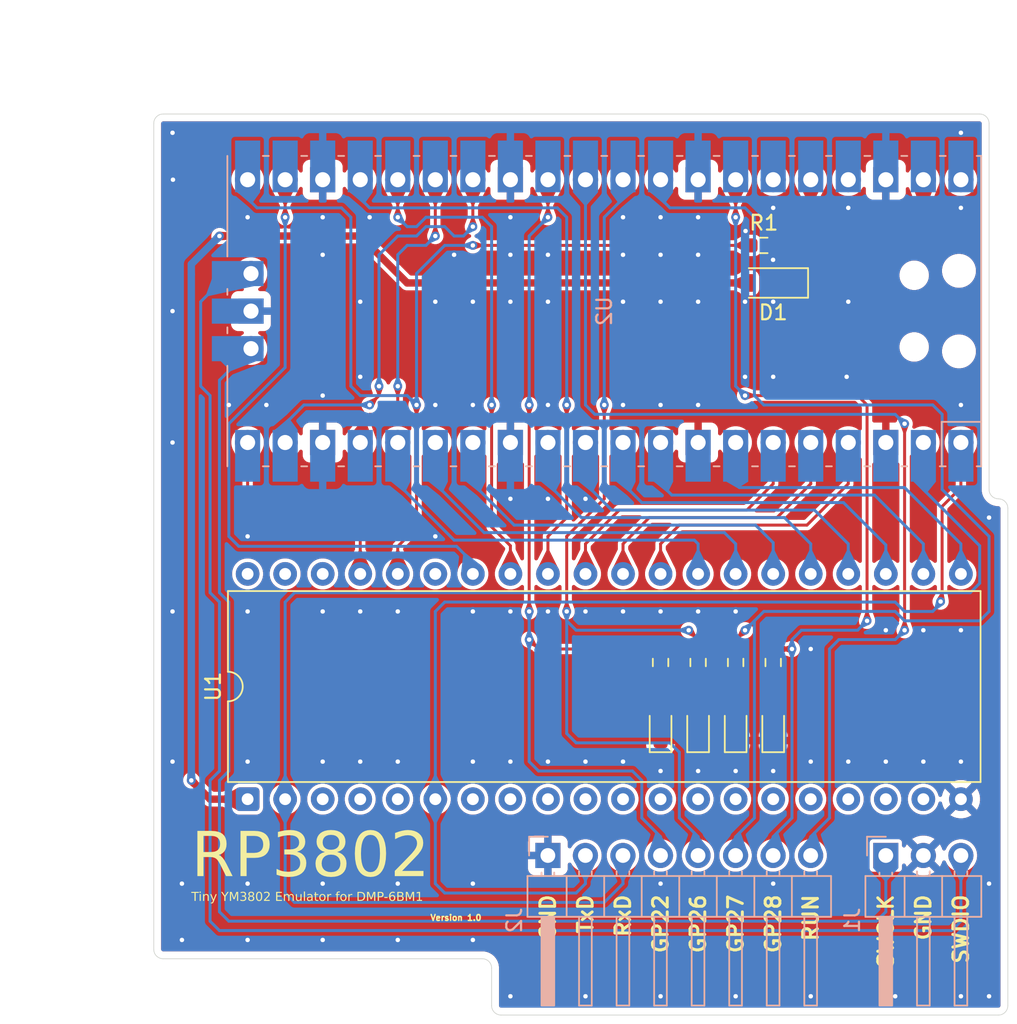
<source format=kicad_pcb>
(kicad_pcb (version 20241229) (generator "pcbnew") (generator_version "9.0")
  (title_block (title "RP3802: Tiny YM3802 Emulator by Raspberry Pi Pico") (date "2025/5/31") (rev "1.0") (comment 1 "for DMP-6BM1") (comment 2 "https://github.com/hyano/rp3802"))
  (layers (0 "F.Cu" signal) (2 "B.Cu" signal) (13 "F.Paste" user) (15 "B.Paste" user) (5 "F.SilkS" user "F.Silkscreen") (7 "B.SilkS" user "B.Silkscreen") (1 "F.Mask" user) (3 "B.Mask" user) (25 "Edge.Cuts" user))
  (net 0 "")
  (net 1 "+5V")
  (net 2 "Net-(D1-K)")
  (net 3 "/SWDIO")
  (net 4 "GND")
  (net 5 "/SWCLK")
  (net 6 "/TxD")
  (net 7 "/RxD")
  (net 8 "/GP27")
  (net 9 "/GP26")
  (net 10 "/GP22")
  (net 11 "/GP28")
  (net 12 "/~{IRQ}")
  (net 13 "/3V3")
  (net 14 "/D1")
  (net 15 "/D3")
  (net 17 "/D4")
  (net 18 "/D5")
  (net 19 "/D0")
  (net 21 "/~{IC}")
  (net 26 "unconnected-(U1-P1-Pad18)")
  (net 27 "/D7")
  (net 28 "/D2")
  (net 31 "/~{WR}")
  (net 36 "/D6")
  (net 39 "/A0")
  (net 43 "/~{RD}")
  (net 44 "/~{CS}")
  (net 45 "/A2")
  (net 46 "/A1")
  (net 50 "/~{CSWR}")
  (net 53 "/~{CSRD}")
  (net 56 "/RUN")
  (net 58 "Net-(D2-A)")
  (net 59 "Net-(D3-A)")
  (net 60 "Net-(D4-A)")
  (net 61 "Net-(D5-A)")
  (footprint "Resistor_SMD:R_0603_1608Metric_Pad0.98x0.95mm_HandSolder" (layer "F.Cu") (at 153.67 102.5125 -90)
    (property "Reference" "R2" (hide yes))
    (property "Value" "1k" (hide yes))
  )
  (footprint "Diode_SMD:D_SOD-123" (layer "F.Cu") (at 161.29 76.835 180)
    (property "Reference" "D1")
    (property "Value" "RB160M-30TR")
  )
  (footprint "Resistor_SMD:R_0603_1608Metric_Pad0.98x0.95mm_HandSolder" (layer "F.Cu") (at 160.655 74.295 180)
    (property "Reference" "R1")
    (property "Value" "1k")
  )
  (footprint "LED_SMD:LED_0603_1608Metric_Pad1.05x0.95mm_HandSolder" (layer "F.Cu") (at 153.67 106.92 90)
    (property "Reference" "D2" (hide yes))
    (property "Value" "GP22")
  )
  (footprint "Resistor_SMD:R_0603_1608Metric_Pad0.98x0.95mm_HandSolder" (layer "F.Cu") (at 158.75 102.5125 -90)
    (property "Reference" "R4" (hide yes))
    (property "Value" "1k" (hide yes))
  )
  (footprint "Resistor_SMD:R_0603_1608Metric_Pad0.98x0.95mm_HandSolder" (layer "F.Cu") (at 156.21 102.5125 -90)
    (property "Reference" "R3" (hide yes))
    (property "Value" "1k" (hide yes))
  )
  (footprint "LED_SMD:LED_0603_1608Metric_Pad1.05x0.95mm_HandSolder" (layer "F.Cu") (at 158.75 106.92 90)
    (property "Reference" "D4" (hide yes))
    (property "Value" "GP27" (hide yes))
  )
  (footprint "Resistor_SMD:R_0603_1608Metric_Pad0.98x0.95mm_HandSolder" (layer "F.Cu") (at 161.29 102.5125 -90)
    (property "Reference" "R5" (hide yes))
    (property "Value" "1k" (hide yes))
  )
  (footprint "LED_SMD:LED_0603_1608Metric_Pad1.05x0.95mm_HandSolder" (layer "F.Cu") (at 156.21 106.92 90)
    (property "Reference" "D3" (hide yes))
    (property "Value" "GP26" (hide yes))
  )
  (footprint "LED_SMD:LED_0603_1608Metric_Pad1.05x0.95mm_HandSolder" (layer "F.Cu") (at 161.29 106.92 90)
    (property "Reference" "D5" (hide yes))
    (property "Value" "GP28" (hide yes))
  )
  (footprint "RPi_Pico:DIP-40_W15.24mm_NO_IC" (layer "F.Cu") (at 125.73 111.76 90)
    (property "Reference" "U1")
    (property "Value" "YM3802")
  )
  (footprint "RPi_Pico:RPi_Pico_SMD_TH" (layer "B.Cu") (at 149.86 78.74 90)
    (property "Reference" "U2")
    (property "Value" "Pico")
  )
  (footprint "Connector_PinHeader_2.54mm:PinHeader_1x08_P2.54mm_Horizontal" (layer "B.Cu") (at 146.045 115.57 -90)
    (property "Reference" "J2")
    (property "Value" "Conn_01x07_Pin")
  )
  (footprint "Connector_PinHeader_2.54mm:PinHeader_1x03_P2.54mm_Horizontal" (layer "B.Cu") (at 168.91 115.57 -90)
    (property "Reference" "J1")
    (property "Value" "Conn_01x03_Pin")
  )
  (gr_arc (start 176.53 91.44) (mid 176.080987 91.254013) (end 175.895 90.805) (stroke (width 0.05)) (layer "Edge.Cuts"))
  (gr_line (start 142.24 123.19) (end 142.24 125.73) (stroke (width 0.05)) (layer "Edge.Cuts"))
  (gr_line (start 119.38 121.92) (end 119.38 66.04) (stroke (width 0.05)) (layer "Edge.Cuts"))
  (gr_line (start 176.53 126.365) (end 142.875 126.365) (stroke (width 0.05)) (layer "Edge.Cuts"))
  (gr_arc (start 177.165 125.73) (mid 176.979013 126.179013) (end 176.53 126.365) (stroke (width 0.05)) (layer "Edge.Cuts"))
  (gr_line (start 175.895 66.04) (end 175.895 90.805) (stroke (width 0.05)) (layer "Edge.Cuts"))
  (gr_arc (start 175.26 65.405) (mid 175.709013 65.590987) (end 175.895 66.04) (stroke (width 0.05)) (layer "Edge.Cuts"))
  (gr_line (start 120.015 122.555) (end 141.605 122.555) (stroke (width 0.05)) (layer "Edge.Cuts"))
  (gr_arc (start 119.38 66.04) (mid 119.565987 65.590987) (end 120.015 65.405) (stroke (width 0.05)) (layer "Edge.Cuts"))
  (gr_line (start 120.015 65.405) (end 175.26 65.405) (stroke (width 0.05)) (layer "Edge.Cuts"))
  (gr_arc (start 120.015 122.555) (mid 119.565987 122.369013) (end 119.38 121.92) (stroke (width 0.05)) (layer "Edge.Cuts"))
  (gr_arc (start 142.875 126.365) (mid 142.425987 126.179013) (end 142.24 125.73) (stroke (width 0.05)) (layer "Edge.Cuts"))
  (gr_arc (start 141.605 122.555) (mid 142.054013 122.740987) (end 142.24 123.19) (stroke (width 0.05)) (layer "Edge.Cuts"))
  (gr_arc (start 176.53 91.44) (mid 176.979013 91.625987) (end 177.165 92.075) (stroke (width 0.05)) (layer "Edge.Cuts"))
  (gr_line (start 177.165 92.075) (end 177.165 125.73) (stroke (width 0.05)) (layer "Edge.Cuts"))
  (gr_text "GP26" (at 156.21 118.11 90) (layer "F.SilkS") (effects (font (size 1 1) (thickness 0.2) (bold yes)) (justify right)))
  (gr_text "SWCLK" (at 168.91 118.11 90) (layer "F.SilkS") (effects (font (size 1 1) (thickness 0.2) (bold yes)) (justify right)))
  (gr_text "Tiny YM3802 Emulator for DMP-6BM1" (at 121.92 118.745 0) (layer "F.SilkS") (effects (font (size 0.6 0.6) (thickness 0.1)) (justify left bottom)))
  (gr_text "RxD" (at 151.13 118.11 90) (layer "F.SilkS") (effects (font (size 1 1) (thickness 0.2) (bold yes)) (justify right)))
  (gr_text "GP22" (at 153.67 118.11 90) (layer "F.SilkS") (effects (font (size 1 1) (thickness 0.2) (bold yes)) (justify right)))
  (gr_text "RP3802" (at 121.92 117.475 0) (layer "F.SilkS") (effects (font (size 3 3) (thickness 0.1)) (justify left bottom)))
  (gr_text "GND" (at 146.05 118.11 90) (layer "F.SilkS") (effects (font (size 1 1) (thickness 0.2) (bold yes)) (justify right)))
  (gr_text "GP27" (at 158.75 118.11 90) (layer "F.SilkS") (effects (font (size 1 1) (thickness 0.2) (bold yes)) (justify right)))
  (gr_text "GND" (at 171.45 118.11 90) (layer "F.SilkS") (effects (font (size 1 1) (thickness 0.2) (bold yes)) (justify right)))
  (gr_text "TxD" (at 148.59 118.11 90) (layer "F.SilkS") (effects (font (size 1 1) (thickness 0.2) (bold yes)) (justify right)))
  (gr_text "RUN" (at 163.83 118.11 90) (layer "F.SilkS") (effects (font (size 1 1) (thickness 0.2) (bold yes)) (justify right)))
  (gr_text "Version 1.0" (at 141.605 120.015 0) (layer "F.SilkS") (effects (font (size 0.4 0.4) (thickness 0.1) (bold yes)) (justify right bottom)))
  (gr_text "SWDIO" (at 173.99 118.11 90) (layer "F.SilkS") (effects (font (size 1 1) (thickness 0.2) (bold yes)) (justify right)))
  (gr_text "GP28" (at 161.29 118.11 90) (layer "F.SilkS") (effects (font (size 1 1) (thickness 0.2) (bold yes)) (justify right)))
  (segment (start 123.19 111.76) (end 121.92 110.49) (width 0.5) (layer "F.Cu") (net 1))
  (segment (start 125.73 111.76) (end 123.19 111.76) (width 0.5) (layer "F.Cu") (net 1))
  (segment (start 123.825 73.66) (end 133.35 73.66) (width 0.5) (layer "F.Cu") (net 1))
  (segment (start 136.525 76.835) (end 159.64 76.835) (width 0.5) (layer "F.Cu") (net 1))
  (segment (start 133.35 73.66) (end 136.525 76.835) (width 0.5) (layer "F.Cu") (net 1))
  (via (at 121.92 110.49) (size 0.6) (drill 0.3) (layers "F.Cu" "B.Cu") (net 1))
  (via (at 123.825 73.66) (size 0.6) (drill 0.3) (layers "F.Cu" "B.Cu") (net 1))
  (segment (start 121.92 75.565) (end 123.825 73.66) (width 0.5) (layer "B.Cu") (net 1))
  (segment (start 121.92 110.49) (end 121.92 107.95) (width 0.5) (layer "B.Cu") (net 1))
  (segment (start 121.92 76.266) (end 121.92 75.565) (width 0.5) (layer "B.Cu") (net 1))
  (segment (start 121.92 107.95) (end 121.92 76.266) (width 0.5) (layer "B.Cu") (net 1))
  (segment (start 167.005 76.835) (end 162.94 76.835) (width 0.5) (layer "F.Cu") (net 2))
  (segment (start 171.45 72.39) (end 171.45 69.85) (width 0.5) (layer "F.Cu") (net 2))
  (segment (start 167.005 76.835) (end 171.45 72.39) (width 0.5) (layer "F.Cu") (net 2))
  (segment (start 123.19 84.455) (end 122.555 83.82) (width 0.2) (layer "B.Cu") (net 3))
  (segment (start 123.19 97.79) (end 123.19 84.455) (width 0.2) (layer "B.Cu") (net 3))
  (segment (start 123.825 109.855) (end 123.825 98.425) (width 0.2) (layer "B.Cu") (net 3))
  (segment (start 124.46 76.2) (end 125.96 76.2) (width 0.2) (layer "B.Cu") (net 3))
  (segment (start 173.99 115.57) (end 173.99 120.015) (width 0.2) (layer "B.Cu") (net 3))
  (segment (start 122.555 78.105) (end 124.46 76.2) (width 0.2) (layer "B.Cu") (net 3))
  (segment (start 173.99 120.015) (end 173.355 120.65) (width 0.2) (layer "B.Cu") (net 3))
  (segment (start 123.19 120.015) (end 123.19 110.49) (width 0.2) (layer "B.Cu") (net 3))
  (segment (start 123.825 120.65) (end 123.19 120.015) (width 0.2) (layer "B.Cu") (net 3))
  (segment (start 123.19 110.49) (end 123.825 109.855) (width 0.2) (layer "B.Cu") (net 3))
  (segment (start 123.825 98.425) (end 123.19 97.79) (width 0.2) (layer "B.Cu") (net 3))
  (segment (start 173.355 120.65) (end 123.825 120.65) (width 0.2) (layer "B.Cu") (net 3))
  (segment (start 122.555 83.82) (end 122.555 78.105) (width 0.2) (layer "B.Cu") (net 3))
  (segment (start 125.96 76.2) (end 124.398 76.2) (width 0.2) (layer "B.Cu") (net 3))
  (segment (start 158.75 109.855) (end 158.75 107.795) (width 0.2) (layer "F.Cu") (net 4))
  (segment (start 153.67 109.855) (end 153.67 107.795) (width 0.2) (layer "F.Cu") (net 4))
  (segment (start 156.21 109.855) (end 156.21 107.795) (width 0.2) (layer "F.Cu") (net 4))
  (segment (start 161.29 109.855) (end 161.29 107.795) (width 0.2) (layer "F.Cu") (net 4))
  (via (at 133.35 109.22) (size 0.6) (drill 0.3) (layers "F.Cu" "B.Cu") (net 4))
  (via (at 153.67 72.39) (size 0.6) (drill 0.3) (layers "F.Cu" "B.Cu") (net 4))
  (via (at 135.89 121.285) (size 0.6) (drill 0.3) (layers "F.Cu" "B.Cu") (net 4))
  (via (at 156.21 78.105) (size 0.6) (drill 0.3) (layers "F.Cu" "B.Cu") (net 4))
  (via (at 135.89 109.22) (size 0.6) (drill 0.3) (layers "F.Cu" "B.Cu") (net 4))
  (via (at 156.21 109.855) (size 0.6) (drill 0.3) (layers "F.Cu" "B.Cu") (net 4))
  (via (at 153.67 117.475) (size 0.6) (drill 0.3) (layers "F.Cu" "B.Cu") (net 4))
  (via (at 143.51 91.44) (size 0.6) (drill 0.3) (layers "F.Cu" "B.Cu") (net 4))
  (via (at 173.99 125.095) (size 0.6) (drill 0.3) (layers "F.Cu" "B.Cu") (net 4))
  (via (at 146.05 78.105) (size 0.6) (drill 0.3) (layers "F.Cu" "B.Cu") (net 4))
  (via (at 148.59 91.44) (size 0.6) (drill 0.3) (layers "F.Cu" "B.Cu") (net 4))
  (via (at 156.21 85.09) (size 0.6) (drill 0.3) (layers "F.Cu" "B.Cu") (net 4))
  (via (at 125.73 99.06) (size 0.6) (drill 0.3) (layers "F.Cu" "B.Cu") (net 4))
  (via (at 140.97 109.22) (size 0.6) (drill 0.3) (layers "F.Cu" "B.Cu") (net 4))
  (via (at 130.81 121.285) (size 0.6) (drill 0.3) (layers "F.Cu" "B.Cu") (net 4))
  (via (at 148.59 125.095) (size 0.6) (drill 0.3) (layers "F.Cu" "B.Cu") (net 4))
  (via (at 133.35 78.105) (size 0.6) (drill 0.3) (layers "F.Cu" "B.Cu") (net 4))
  (via (at 143.51 74.93) (size 0.6) (drill 0.3) (layers "F.Cu" "B.Cu") (net 4))
  (via (at 159.385 78.105) (size 0.6) (drill 0.3) (layers "F.Cu" "B.Cu") (net 4))
  (via (at 124.46 85.09) (size 0.6) (drill 0.3) (layers "F.Cu" "B.Cu") (net 4))
  (via (at 146.05 91.44) (size 0.6) (drill 0.3) (layers "F.Cu" "B.Cu") (net 4))
  (via (at 143.51 125.095) (size 0.6) (drill 0.3) (layers "F.Cu" "B.Cu") (net 4))
  (via (at 138.43 78.105) (size 0.6) (drill 0.3) (layers "F.Cu" "B.Cu") (net 4))
  (via (at 166.260894 83.185) (size 0.6) (drill 0.3) (layers "F.Cu" "B.Cu") (net 4))
  (via (at 163.83 101.6) (size 0.6) (drill 0.3) (layers "F.Cu" "B.Cu") (net 4))
  (via (at 143.51 99.06) (size 0.6) (drill 0.3) (layers "F.Cu" "B.Cu") (net 4))
  (via (at 125.73 121.285) (size 0.6) (drill 0.3) (layers "F.Cu" "B.Cu") (net 4))
  (via (at 146.05 74.93) (size 0.6) (drill 0.3) (layers "F.Cu" "B.Cu") (net 4))
  (via (at 120.65 109.22) (size 0.6) (drill 0.3) (layers "F.Cu" "B.Cu") (net 4))
  (via (at 166.37 109.22) (size 0.6) (drill 0.3) (layers "F.Cu" "B.Cu") (net 4))
  (via (at 146.05 85.09) (size 0.6) (drill 0.3) (layers "F.Cu" "B.Cu") (net 4))
  (via (at 159.42 73.32) (size 0.6) (drill 0.3) (layers "F.Cu" "B.Cu") (net 4))
  (via (at 161.29 83.185) (size 0.6) (drill 0.3) (layers "F.Cu" "B.Cu") (net 4))
  (via (at 171.45 109.22) (size 0.6) (drill 0.3) (layers "F.Cu" "B.Cu") (net 4))
  (via (at 173.99 100.33) (size 0.6) (drill 0.3) (layers "F.Cu" "B.Cu") (net 4))
  (via (at 140.97 99.06) (size 0.6) (drill 0.3) (layers "F.Cu" "B.Cu") (net 4))
  (via (at 153.67 125.095) (size 0.6) (drill 0.3) (layers "F.Cu" "B.Cu") (net 4))
  (via (at 151.13 78.105) (size 0.6) (drill 0.3) (layers "F.Cu" "B.Cu") (net 4))
  (via (at 171.45 100.33) (size 0.6) (drill 0.3) (layers "F.Cu" "B.Cu") (net 4))
  (via (at 138.43 93.98) (size 0.6) (drill 0.3) (layers "F.Cu" "B.Cu") (net 4))
  (via (at 135.89 117.475) (size 0.6) (drill 0.3) (layers "F.Cu" "B.Cu") (net 4))
  (via (at 158.75 125.095) (size 0.6) (drill 0.3) (layers "F.Cu" "B.Cu") (net 4))
  (via (at 168.91 100.33) (size 0.6) (drill 0.3) (layers "F.Cu" "B.Cu") (net 4))
  (via (at 175.895 125.095) (size 0.6) (drill 0.3) (layers "F.Cu" "B.Cu") (net 4))
  (via (at 166.37 71.755) (size 0.6) (drill 0.3) (layers "F.Cu" "B.Cu") (net 4))
  (via (at 173.99 85.09) (size 0.6) (drill 0.3) (layers "F.Cu" "B.Cu") (net 4))
  (via (at 140.97 78.105) (size 0.6) (drill 0.3) (layers "F.Cu" "B.Cu") (net 4))
  (via (at 153.67 78.105) (size 0.6) (drill 0.3) (layers "F.Cu" "B.Cu") (net 4))
  (via (at 156.21 74.93) (size 0.6) (drill 0.3) (layers "F.Cu" "B.Cu") (net 4))
  (via (at 159.385 83.185) (size 0.6) (drill 0.3) (layers "F.Cu" "B.Cu") (net 4))
  (via (at 146.05 99.06) (size 0.6) (drill 0.3) (layers "F.Cu" "B.Cu") (net 4))
  (via (at 138.43 85.09) (size 0.6) (drill 0.3) (layers "F.Cu" "B.Cu") (net 4))
  (via (at 143.51 109.22) (size 0.6) (drill 0.3) (layers "F.Cu" "B.Cu") (net 4))
  (via (at 133.35 99.06) (size 0.6) (drill 0.3) (layers "F.Cu" "B.Cu") (net 4))
  (via (at 140.97 121.285) (size 0.6) (drill 0.3) (layers "F.Cu" "B.Cu") (net 4))
  (via (at 151.13 85.09) (size 0.6) (drill 0.3) (layers "F.Cu" "B.Cu") (net 4))
  (via (at 125.73 109.22) (size 0.6) (drill 0.3) (layers "F.Cu" "B.Cu") (net 4))
  (via (at 135.89 99.06) (size 0.6) (drill 0.3) (layers "F.Cu" "B.Cu") (net 4))
  (via (at 130.81 99.06) (size 0.6) (drill 0.3) (layers "F.Cu" "B.Cu") (net 4))
  (via (at 153.67 74.93) (size 0.6) (drill 0.3) (layers "F.Cu" "B.Cu") (net 4))
  (via (at 125.73 72.39) (size 0.6) (drill 0.3) (layers "F.Cu" "B.Cu") (net 4))
  (via (at 158.75 99.06) (size 0.6) (drill 0.3) (layers "F.Cu" "B.Cu") (net 4))
  (via (at 130.81 72.39) (size 0.6) (drill 0.3) (layers "F.Cu" "B.Cu") (net 4))
  (via (at 130.81 74.93) (size 0.6) (drill 0.3) (layers "F.Cu" "B.Cu") (net 4))
  (via (at 120.678958 69.85) (size 0.6) (drill 0.3) (layers "F.Cu" "B.Cu") (net 4))
  (via (at 125.73 117.475) (size 0.6) (drill 0.3) (layers "F.Cu" "B.Cu") (net 4))
  (via (at 153.67 109.855) (size 0.6) (drill 0.3) (layers "F.Cu" "B.Cu") (net 4))
  (via (at 161.281275 75.269836) (size 0.6) (drill 0.3) (layers "F.Cu" "B.Cu") (net 4))
  (via (at 151.13 109.22) (size 0.6) (drill 0.3) (layers "F.Cu" "B.Cu") (net 4))
  (via (at 161.29 78.105) (size 0.6) (drill 0.3) (layers "F.Cu" "B.Cu") (net 4))
  (via (at 120.65 78.74) (size 0.6) (drill 0.3) (layers "F.Cu" "B.Cu") (net 4))
  (via (at 151.13 99.06) (size 0.6) (drill 0.3) (layers "F.Cu" "B.Cu") (net 4))
  (via (at 120.65 99.06) (size 0.6) (drill 0.3) (layers "F.Cu" "B.Cu") (net 4))
  (via (at 163.83 109.22) (size 0.6) (drill 0.3) (layers "F.Cu" "B.Cu") (net 4))
  (via (at 143.51 72.39) (size 0.6) (drill 0.3) (layers "F.Cu" "B.Cu") (net 4))
  (via (at 140.97 117.475) (size 0.6) (drill 0.3) (layers "F.Cu" "B.Cu") (net 4))
  (via (at 153.67 99.06) (size 0.6) (drill 0.3) (layers "F.Cu" "B.Cu") (net 4))
  (via (at 133.35 83.185) (size 0.6) (drill 0.3) (layers "F.Cu" "B.Cu") (net 4))
  (via (at 125.73 93.98) (size 0.6) (drill 0.3) (layers "F.Cu" "B.Cu") (net 4))
  (via (at 161.29 71.755) (size 0.6) (drill 0.3) (layers "F.Cu" "B.Cu") (net 4))
  (via (at 175.895 92.71) (size 0.6) (drill 0.3) (layers "F.Cu" "B.Cu") (net 4))
  (via (at 143.51 78.105) (size 0.6) (drill 0.3) (layers "F.Cu" "B.Cu") (net 4))
  (via (at 173.99 109.22) (size 0.6) (drill 0.3) (layers "F.Cu" "B.Cu") (net 4))
  (via (at 173.99 71.755) (size 0.6) (drill 0.3) (layers "F.Cu" "B.Cu") (net 4))
  (via (at 158.75 109.855) (size 0.6) (drill 0.3) (layers "F.Cu" "B.Cu") (net 4))
  (via (at 130.81 84.455) (size 0.6) (drill 0.3) (layers "F.Cu" "B.Cu") (net 4))
  (via (at 161.29 117.475) (size 0.6) (drill 0.3) (layers "F.Cu" "B.Cu") (net 4))
  (via (at 175.895 117.475) (size 0.6) (drill 0.3) (layers "F.Cu" "B.Cu") (net 4))
  (via (at 173.99 66.675) (size 0.6) (drill 0.3) (layers "F.Cu" "B.Cu") (net 4))
  (via (at 146.05 109.22) (size 0.6) (drill 0.3) (layers "F.Cu" "B.Cu") (net 4))
  (via (at 121.285 117.475) (size 0.6) (drill 0.3) (layers "F.Cu" "B.Cu") (net 4))
  (via (at 140.97 85.09) (size 0.6) (drill 0.3) (layers "F.Cu" "B.Cu") (net 4))
  (via (at 166.37 78.105) (size 0.6) (drill 0.3) (layers "F.Cu" "B.Cu") (net 4))
  (via (at 151.13 74.93) (size 0.6) (drill 0.3) (layers "F.Cu" "B.Cu") (net 4))
  (via (at 161.29 109.855) (size 0.6) (drill 0.3) (layers "F.Cu" "B.Cu") (net 4))
  (via (at 139.7 74.93) (size 0.6) (drill 0.3) (layers "F.Cu" "B.Cu") (net 4))
  (via (at 130.81 109.22) (size 0.6) (drill 0.3) (layers "F.Cu" "B.Cu") (net 4))
  (via (at 168.91 109.22) (size 0.6) (drill 0.3) (layers "F.Cu" "B.Cu") (net 4))
  (via (at 148.59 99.06) (size 0.6) (drill 0.3) (layers "F.Cu" "B.Cu") (net 4))
  (via (at 127 85.09) (size 0.6) (drill 0.3) (layers "F.Cu" "B.Cu") (net 4))
  (via (at 120.65 66.675) (size 0.6) (drill 0.3) (layers "F.Cu" "B.Cu") (net 4))
  (via (at 130.81 117.475) (size 0.6) (drill 0.3) (layers "F.Cu" "B.Cu") (net 4))
  (via (at 156.21 72.39) (size 0.6) (drill 0.3) (layers "F.Cu" "B.Cu") (net 4))
  (via (at 148.59 109.22) (size 0.6) (drill 0.3) (layers "F.Cu" "B.Cu") (net 4))
  (via (at 133.985 72.39) (size 0.6) (drill 0.3) (layers "F.Cu" "B.Cu") (net 4))
  (via (at 163.83 125.095) (size 0.6) (drill 0.3) (layers "F.Cu" "B.Cu") (net 4))
  (via (at 169.545 125.095) (size 0.6) (drill 0.3) (layers "F.Cu" "B.Cu") (net 4))
  (via (at 151.13 72.39) (size 0.6) (drill 0.3) (layers "F.Cu" "B.Cu") (net 4))
  (via (at 121.285 121.285) (size 0.6) (drill 0.3) (layers "F.Cu" "B.Cu") (net 4))
  (via (at 120.65 87.63) (size 0.6) (drill 0.3) (layers "F.Cu" "B.Cu") (net 4))
  (via (at 156.21 99.06) (size 0.6) (drill 0.3) (layers "F.Cu" "B.Cu") (net 4))
  (via (at 153.67 85.09) (size 0.6) (drill 0.3) (layers "F.Cu" "B.Cu") (net 4))
  (segment (start 124.46 109.855) (end 124.46 98.425) (width 0.2) (layer "B.Cu") (net 5))
  (segment (start 123.825 119.38) (end 123.825 110.49) (width 0.2) (layer "B.Cu") (net 5))
  (segment (start 124.46 98.425) (end 123.825 97.79) (width 0.2) (layer "B.Cu") (net 5))
  (segment (start 124.46 120.015) (end 123.825 119.38) (width 0.2) (layer "B.Cu") (net 5))
  (segment (start 123.825 97.79) (end 123.825 83.415) (width 0.2) (layer "B.Cu") (net 5))
  (segment (start 168.275 120.015) (end 124.46 120.015) (width 0.2) (layer "B.Cu") (net 5))
  (segment (start 123.825 110.49) (end 124.46 109.855) (width 0.2) (layer "B.Cu") (net 5))
  (segment (start 168.91 119.38) (end 168.275 120.015) (width 0.2) (layer "B.Cu") (net 5))
  (segment (start 168.91 115.57) (end 168.91 119.38) (width 0.2) (layer "B.Cu") (net 5))
  (segment (start 123.825 83.415) (end 125.96 81.28) (width 0.2) (layer "B.Cu") (net 5))
  (segment (start 173.99 90.68235) (end 173.99 87.63) (width 0.2) (layer "F.Cu") (net 6))
  (segment (start 172.616622 98.39) (end 172.71835 98.288272) (width 0.2) (layer "F.Cu") (net 6))
  (segment (start 172.71835 98.288272) (end 172.71835 91.954) (width 0.2) (layer "F.Cu") (net 6))
  (segment (start 172.71835 91.954) (end 173.99 90.68235) (width 0.2) (layer "F.Cu") (net 6))
  (via (at 172.616622 98.39) (size 0.6) (drill 0.3) (layers "F.Cu" "B.Cu") (net 6))
  (segment (start 148.59 117.475) (end 147.955 118.11) (width 0.2) (layer "B.Cu") (net 6))
  (segment (start 170.18 99.06) (end 169.545 98.425) (width 0.2) (layer "B.Cu") (net 6))
  (segment (start 169.545 98.425) (end 139.065 98.425) (width 0.2) (layer "B.Cu") (net 6))
  (segment (start 172.616622 98.525946) (end 172.082568 99.06) (width 0.2) (layer "B.Cu") (net 6))
  (segment (start 172.616622 98.39) (end 172.616622 98.525946) (width 0.2) (layer "B.Cu") (net 6))
  (segment (start 139.065 118.11) (end 147.955 118.11) (width 0.2) (layer "B.Cu") (net 6))
  (segment (start 138.43 111.76) (end 138.43 117.475) (width 0.2) (layer "B.Cu") (net 6))
  (segment (start 139.065 98.425) (end 138.43 99.06) (width 0.2) (layer "B.Cu") (net 6))
  (segment (start 138.43 117.475) (end 139.065 118.11) (width 0.2) (layer "B.Cu") (net 6))
  (segment (start 148.585 117.47) (end 148.59 117.475) (width 0.2) (layer "B.Cu") (net 6))
  (segment (start 138.43 99.06) (end 138.43 111.76) (width 0.2) (layer "B.Cu") (net 6))
  (segment (start 172.082568 99.06) (end 170.18 99.06) (width 0.2) (layer "B.Cu") (net 6))
  (segment (start 148.585 115.57) (end 148.585 117.47) (width 0.2) (layer "B.Cu") (net 6))
  (segment (start 171.45 87.63) (end 171.45 90.805) (width 0.2) (layer "B.Cu") (net 7))
  (segment (start 175.26 97.155) (end 174.625 97.79) (width 0.2) (layer "B.Cu") (net 7))
  (segment (start 174.625 97.79) (end 128.905 97.79) (width 0.2) (layer "B.Cu") (net 7))
  (segment (start 128.27 111.76) (end 128.27 118.11) (width 0.2) (layer "B.Cu") (net 7))
  (segment (start 128.905 97.79) (end 128.27 98.425) (width 0.2) (layer "B.Cu") (net 7))
  (segment (start 175.26 94.615) (end 175.26 97.155) (width 0.2) (layer "B.Cu") (net 7))
  (segment (start 128.905 118.745) (end 149.86 118.745) (width 0.2) (layer "B.Cu") (net 7))
  (segment (start 128.27 98.425) (end 128.27 111.76) (width 0.2) (layer "B.Cu") (net 7))
  (segment (start 151.13 117.475) (end 149.86 118.745) (width 0.2) (layer "B.Cu") (net 7))
  (segment (start 151.125 115.57) (end 151.125 117.47) (width 0.2) (layer "B.Cu") (net 7))
  (segment (start 151.125 117.47) (end 151.13 117.475) (width 0.2) (layer "B.Cu") (net 7))
  (segment (start 128.27 118.11) (end 128.905 118.745) (width 0.2) (layer "B.Cu") (net 7))
  (segment (start 171.45 90.805) (end 175.26 94.615) (width 0.2) (layer "B.Cu") (net 7))
  (segment (start 158.75 101.6) (end 158.75 100.965) (width 0.2) (layer "F.Cu") (net 8))
  (segment (start 158.75 100.965) (end 159.385 100.33) (width 0.2) (layer "F.Cu") (net 8))
  (via (at 159.385 100.33) (size 0.6) (drill 0.3) (layers "F.Cu" "B.Cu") (net 8))
  (segment (start 172.085 85.09) (end 160.655 85.09) (width 0.2) (layer "B.Cu") (net 8))
  (segment (start 175.895 99.06) (end 175.895 93.98) (width 0.2) (layer "B.Cu") (net 8))
  (segment (start 158.745 114.305) (end 160.02 113.03) (width 0.2) (layer "B.Cu") (net 8))
  (segment (start 175.895 93.98) (end 172.72 90.805) (width 0.2) (layer "B.Cu") (net 8))
  (segment (start 159.385 100.33) (end 160.02 99.695) (width 0.2) (layer "B.Cu") (net 8))
  (segment (start 160.655 99.06) (end 169.545 99.06) (width 0.2) (layer "B.Cu") (net 8))
  (segment (start 172.72 90.805) (end 172.72 85.725) (width 0.2) (layer "B.Cu") (net 8))
  (segment (start 175.26 99.695) (end 175.895 99.06) (width 0.2) (layer "B.Cu") (net 8))
  (segment (start 160.02 101.6) (end 160.02 99.695) (width 0.2) (layer "B.Cu") (net 8))
  (segment (start 160.655 85.09) (end 160.02 84.455) (width 0.2) (layer "B.Cu") (net 8))
  (segment (start 158.745 115.57) (end 158.745 114.305) (width 0.2) (layer "B.Cu") (net 8))
  (segment (start 169.545 99.06) (end 170.18 99.695) (width 0.2) (layer "B.Cu") (net 8))
  (segment (start 153.67 71.12) (end 153.67 69.85) (width 0.2) (layer "B.Cu") (net 8))
  (segment (start 160.02 84.455) (end 160.02 72.39) (width 0.2) (layer "B.Cu") (net 8))
  (segment (start 160.02 113.03) (end 160.02 101.6) (width 0.2) (layer "B.Cu") (net 8))
  (segment (start 160.02 99.695) (end 160.655 99.06) (width 0.2) (layer "B.Cu") (net 8))
  (segment (start 159.385 71.755) (end 154.305 71.755) (width 0.2) (layer "B.Cu") (net 8))
  (segment (start 160.02 72.39) (end 159.385 71.755) (width 0.2) (layer "B.Cu") (net 8))
  (segment (start 170.18 99.695) (end 175.26 99.695) (width 0.2) (layer "B.Cu") (net 8))
  (segment (start 154.305 71.755) (end 153.67 71.12) (width 0.2) (layer "B.Cu") (net 8))
  (segment (start 172.72 85.725) (end 172.085 85.09) (width 0.2) (layer "B.Cu") (net 8))
  (segment (start 156.21 100.965) (end 155.575 100.33) (width 0.2) (layer "F.Cu") (net 9))
  (segment (start 156.21 101.6) (end 156.21 100.965) (width 0.2) (layer "F.Cu") (net 9))
  (segment (start 149.86 91.44) (end 149.86 85.09) (width 0.2) (layer "F.Cu") (net 9))
  (segment (start 147.32 99.06) (end 147.32 93.98) (width 0.2) (layer "F.Cu") (net 9))
  (segment (start 147.32 93.98) (end 149.86 91.44) (width 0.2) (layer "F.Cu") (net 9))
  (via (at 155.575 100.33) (size 0.6) (drill 0.3) (layers "F.Cu" "B.Cu") (net 9))
  (via (at 147.32 99.06) (size 0.6) (drill 0.3) (layers "F.Cu" "B.Cu") (net 9))
  (via (at 149.86 85.09) (size 0.6) (drill 0.3) (layers "F.Cu" "B.Cu") (net 9))
  (segment (start 154.305 107.95) (end 154.94 108.585) (width 0.2) (layer "B.Cu") (net 9))
  (segment (start 156.21 114.3) (end 156.205 114.305) (width 0.2) (layer "B.Cu") (net 9))
  (segment (start 147.955 107.95) (end 147.32 107.315) (width 0.2) (layer "B.Cu") (net 9))
  (segment (start 147.32 99.06) (end 147.32 99.695) (width 0.2) (layer "B.Cu") (net 9))
  (segment (start 149.86 72.39) (end 151.13 71.12) (width 0.2) (layer "B.Cu") (net 9))
  (segment (start 147.955 100.33) (end 147.32 99.695) (width 0.2) (layer "B.Cu") (net 9))
  (segment (start 155.575 100.33) (end 147.955 100.33) (width 0.2) (layer "B.Cu") (net 9))
  (segment (start 156.205 114.305) (end 156.205 115.57) (width 0.2) (layer "B.Cu") (net 9))
  (segment (start 149.86 85.09) (end 149.86 72.39) (width 0.2) (layer "B.Cu") (net 9))
  (segment (start 154.94 108.585) (end 154.94 113.03) (width 0.2) (layer "B.Cu") (net 9))
  (segment (start 147.32 99.695) (end 147.32 107.315) (width 0.2) (layer "B.Cu") (net 9))
  (segment (start 154.94 113.03) (end 156.21 114.3) (width 0.2) (layer "B.Cu") (net 9))
  (segment (start 154.305 107.95) (end 147.955 107.95) (width 0.2) (layer "B.Cu") (net 9))
  (segment (start 151.13 71.12) (end 151.13 69.85) (width 0.2) (layer "B.Cu") (net 9))
  (segment (start 145.415 101.6) (end 144.78 100.965) (width 0.2) (layer "F.Cu") (net 10))
  (segment (start 144.78 99.06) (end 144.78 85.09) (width 0.2) (layer "F.Cu") (net 10))
  (segment (start 153.67 101.6) (end 145.415 101.6) (width 0.2) (layer "F.Cu") (net 10))
  (segment (start 146.05 72.39) (end 146.05 69.85) (width 0.2) (layer "F.Cu") (net 10))
  (via (at 144.78 99.06) (size 0.6) (drill 0.3) (layers "F.Cu" "B.Cu") (net 10))
  (via (at 144.78 85.09) (size 0.6) (drill 0.3) (layers "F.Cu" "B.Cu") (net 10))
  (via (at 144.78 100.965) (size 0.6) (drill 0.3) (layers "F.Cu" "B.Cu") (net 10))
  (via (at 146.05 72.39) (size 0.6) (drill 0.3) (layers "F.Cu" "B.Cu") (net 10))
  (segment (start 144.78 101.6) (end 144.78 109.22) (width 0.2) (layer "B.Cu") (net 10))
  (segment (start 153.67 114.3) (end 152.4 113.03) (width 0.2) (layer "B.Cu") (net 10))
  (segment (start 146.05 72.39) (end 144.78 73.66) (width 0.2) (layer "B.Cu") (net 10))
  (segment (start 144.78 109.22) (end 145.415 109.855) (width 0.2) (layer "B.Cu") (net 10))
  (segment (start 145.415 109.855) (end 151.765 109.855) (width 0.2) (layer "B.Cu") (net 10))
  (segment (start 153.665 115.57) (end 153.665 114.305) (width 0.2) (layer "B.Cu") (net 10))
  (segment (start 153.665 114.305) (end 153.67 114.3) (width 0.2) (layer "B.Cu") (net 10))
  (segment (start 144.78 100.965) (end 144.78 101.6) (width 0.2) (layer "B.Cu") (net 10))
  (segment (start 144.78 99.06) (end 144.78 100.965) (width 0.2) (layer "B.Cu") (net 10))
  (segment (start 152.4 113.03) (end 152.4 110.49) (width 0.2) (layer "B.Cu") (net 10))
  (segment (start 144.78 73.66) (end 144.78 85.09) (width 0.2) (layer "B.Cu") (net 10))
  (segment (start 152.4 110.49) (end 151.765 109.855) (width 0.2) (layer "B.Cu") (net 10))
  (segment (start 167.005 84.455) (end 167.64 85.09) (width 0.2) (layer "F.Cu") (net 11))
  (segment (start 158.75 72.39) (end 158.75 69.85) (width 0.2) (layer "F.Cu") (net 11))
  (segment (start 167.64 85.09) (end 167.64 99.695) (width 0.2) (layer "F.Cu") (net 11))
  (segment (start 161.29 101.6) (end 162.56 101.6) (width 0.2) (layer "F.Cu") (net 11))
  (segment (start 159.385 84.455) (end 167.005 84.455) (width 0.2) (layer "F.Cu") (net 11))
  (via (at 158.75 72.39) (size 0.6) (drill 0.3) (layers "F.Cu" "B.Cu") (net 11))
  (via (at 162.56 101.6) (size 0.6) (drill 0.3) (layers "F.Cu" "B.Cu") (net 11))
  (via (at 159.385 84.455) (size 0.6) (drill 0.3) (layers "F.Cu" "B.Cu") (net 11))
  (via (at 167.64 99.695) (size 0.6) (drill 0.3) (layers "F.Cu" "B.Cu") (net 11))
  (segment (start 162.56 113.03) (end 162.56 101.6) (width 0.2) (layer "B.Cu") (net 11))
  (segment (start 163.195 100.33) (end 167.005 100.33) (width 0.2) (layer "B.Cu") (net 11))
  (segment (start 162.56 101.6) (end 162.56 100.965) (width 0.2) (layer "B.Cu") (net 11))
  (segment (start 158.75 72.39) (end 158.75 83.82) (width 0.2) (layer "B.Cu") (net 11))
  (segment (start 162.56 100.965) (end 163.195 100.33) (width 0.2) (layer "B.Cu") (net 11))
  (segment (start 167.005 100.33) (end 167.64 99.695) (width 0.2) (layer "B.Cu") (net 11))
  (segment (start 159.385 84.455) (end 158.75 83.82) (width 0.2) (layer "B.Cu") (net 11))
  (segment (start 161.285 114.305) (end 162.56 113.03) (width 0.2) (layer "B.Cu") (net 11))
  (segment (start 161.285 115.57) (end 161.285 114.305) (width 0.2) (layer "B.Cu") (net 11))
  (segment (start 140.97 74.295) (end 159.7425 74.295) (width 0.2) (layer "F.Cu") (net 12))
  (segment (start 135.89 94.656953) (end 135.89 96.52) (width 0.2) (layer "F.Cu") (net 12))
  (segment (start 137.16 85.09) (end 137.16 93.386953) (width 0.2) (layer "F.Cu") (net 12))
  (segment (start 137.16 93.386953) (end 135.89 94.656953) (width 0.2) (layer "F.Cu") (net 12))
  (via (at 137.16 85.09) (size 0.6) (drill 0.3) (layers "F.Cu" "B.Cu") (net 12))
  (via (at 140.97 74.295) (size 0.6) (drill 0.3) (layers "F.Cu" "B.Cu") (net 12))
  (segment (start 125.73 69.85) (end 125.73 71.12) (width 0.2) (layer "B.Cu") (net 12))
  (segment (start 136.525 84.455) (end 137.16 85.09) (width 0.2) (layer "B.Cu") (net 12))
  (segment (start 125.73 71.12) (end 126.365 71.755) (width 0.2) (layer "B.Cu") (net 12))
  (segment (start 137.16 76.2) (end 137.16 85.09) (width 0.2) (layer "B.Cu") (net 12))
  (segment (start 140.97 74.295) (end 139.065 74.295) (width 0.2) (layer "B.Cu") (net 12))
  (segment (start 139.065 74.295) (end 137.16 76.2) (width 0.2) (layer "B.Cu") (net 12))
  (segment (start 132.08 71.755) (end 132.715 72.39) (width 0.2) (layer "B.Cu") (net 12))
  (segment (start 132.715 72.39) (end 132.715 83.82) (width 0.2) (layer "B.Cu") (net 12))
  (segment (start 132.715 83.82) (end 133.35 84.455) (width 0.2) (layer "B.Cu") (net 12))
  (segment (start 133.35 84.455) (end 136.525 84.455) (width 0.2) (layer "B.Cu") (net 12))
  (segment (start 126.365 71.755) (end 132.08 71.755) (width 0.2) (layer "B.Cu") (net 12))
  (segment (start 163.83 73.66) (end 163.83 69.85) (width 0.2) (layer "F.Cu") (net 13))
  (segment (start 163.195 74.295) (end 163.83 73.66) (width 0.2) (layer "F.Cu") (net 13))
  (segment (start 161.5675 74.295) (end 163.195 74.295) (width 0.2) (layer "F.Cu") (net 13))
  (segment (start 171.45 94.488) (end 168.148 91.186) (width 0.2) (layer "B.Cu") (net 14))
  (segment (start 171.45 96.52) (end 171.45 94.488) (width 0.2) (layer "B.Cu") (net 14))
  (segment (start 153.67 90.424) (end 153.67 87.63) (width 0.2) (layer "B.Cu") (net 14))
  (segment (start 154.432 91.186) (end 153.67 90.424) (width 0.2) (layer "B.Cu") (net 14))
  (segment (start 168.148 91.186) (end 154.432 91.186) (width 0.2) (layer "B.Cu") (net 14))
  (segment (start 166.37 94.488) (end 164.084 92.202) (width 0.2) (layer "B.Cu") (net 15))
  (segment (start 148.59 90.424) (end 148.59 87.63) (width 0.2) (layer "B.Cu") (net 15))
  (segment (start 166.37 96.52) (end 166.37 94.488) (width 0.2) (layer "B.Cu") (net 15))
  (segment (start 150.368 92.202) (end 148.59 90.424) (width 0.2) (layer "B.Cu") (net 15))
  (segment (start 164.084 92.202) (end 150.368 92.202) (width 0.2) (layer "B.Cu") (net 15))
  (segment (start 162.053 92.71) (end 148.317 92.71) (width 0.2) (layer "B.Cu") (net 17))
  (segment (start 163.83 94.4871) (end 162.053 92.71) (width 0.2) (layer "B.Cu") (net 17))
  (segment (start 148.317 92.71) (end 146.05 90.443) (width 0.2) (layer "B.Cu") (net 17))
  (segment (start 146.05 90.443) (end 146.05 87.63) (width 0.2) (layer "B.Cu") (net 17))
  (segment (start 163.83 96.52) (end 163.83 94.4871) (width 0.2) (layer "B.Cu") (net 17))
  (segment (start 160.097 93.218) (end 143.764 93.218) (width 0.2) (layer "B.Cu") (net 18))
  (segment (start 143.764 93.218) (end 140.97 90.424) (width 0.2) (layer "B.Cu") (net 18))
  (segment (start 161.29 96.52) (end 161.29 94.4108) (width 0.2) (layer "B.Cu") (net 18))
  (segment (start 161.29 94.4108) (end 160.097 93.218) (width 0.2) (layer "B.Cu") (net 18))
  (segment (start 140.97 90.424) (end 140.97 87.63) (width 0.2) (layer "B.Cu") (net 18))
  (segment (start 170.18 90.678) (end 159.004 90.678) (width 0.2) (layer "B.Cu") (net 19))
  (segment (start 159.004 90.678) (end 158.75 90.424) (width 0.2) (layer "B.Cu") (net 19))
  (segment (start 173.99 96.52) (end 173.99 94.488) (width 0.2) (layer "B.Cu") (net 19))
  (segment (start 158.75 90.424) (end 158.75 87.63) (width 0.2) (layer "B.Cu") (net 19))
  (segment (start 173.99 94.488) (end 170.18 90.678) (width 0.2) (layer "B.Cu") (net 19))
  (segment (start 125.73 92.075) (end 126.365 92.71) (width 0.2) (layer "F.Cu") (net 21))
  (segment (start 133.35 93.345) (end 133.35 96.52) (width 0.2) (layer "F.Cu") (net 21))
  (segment (start 132.715 92.71) (end 133.35 93.345) (width 0.2) (layer "F.Cu") (net 21))
  (segment (start 126.365 92.71) (end 132.715 92.71) (width 0.2) (layer "F.Cu") (net 21))
  (segment (start 125.73 87.63) (end 125.73 92.075) (width 0.2) (layer "F.Cu") (net 21))
  (segment (start 168.5022 112.2913) (end 169.1967 112.2913) (width 0.2) (layer "B.Cu") (net 26))
  (segment (start 156.21 96.52) (end 156.21 94.488) (width 0.2) (layer "B.Cu") (net 27))
  (segment (start 155.956 94.234) (end 139.7 94.234) (width 0.2) (layer "B.Cu") (net 27))
  (segment (start 135.89 90.424) (end 135.89 87.63) (width 0.2) (layer "B.Cu") (net 27))
  (segment (start 139.7 94.234) (end 135.89 90.424) (width 0.2) (layer "B.Cu") (net 27))
  (segment (start 156.21 94.488) (end 155.956 94.234) (width 0.2) (layer "B.Cu") (net 27))
  (segment (start 168.91 96.52) (end 168.91 94.558) (width 0.2) (layer "B.Cu") (net 28))
  (segment (start 166.046 91.694) (end 152.4 91.694) (width 0.2) (layer "B.Cu") (net 28))
  (segment (start 168.91 94.558) (end 166.046 91.694) (width 0.2) (layer "B.Cu") (net 28))
  (segment (start 152.4 91.694) (end 151.13 90.424) (width 0.2) (layer "B.Cu") (net 28))
  (segment (start 151.13 90.424) (end 151.13 87.63) (width 0.2) (layer "B.Cu") (net 28))
  (segment (start 142.24 93.345) (end 143.51 94.615) (width 0.2) (layer "F.Cu") (net 31))
  (segment (start 135.89 69.85) (end 135.89 72.39) (width 0.2) (layer "F.Cu") (net 31))
  (segment (start 142.24 85.09) (end 142.24 93.345) (width 0.2) (layer "F.Cu") (net 31))
  (segment (start 143.51 94.615) (end 143.51 96.52) (width 0.2) (layer "F.Cu") (net 31))
  (via (at 142.24 85.09) (size 0.6) (drill 0.3) (layers "F.Cu" "B.Cu") (net 31))
  (via (at 135.89 72.39) (size 0.6) (drill 0.3) (layers "F.Cu" "B.Cu") (net 31))
  (segment (start 142.24 73.025) (end 141.605 72.39) (width 0.2) (layer "B.Cu") (net 31))
  (segment (start 136.525 73.025) (end 135.89 72.39) (width 0.2) (layer "B.Cu") (net 31))
  (segment (start 141.605 72.39) (end 137.795 72.39) (width 0.2) (layer "B.Cu") (net 31))
  (segment (start 137.16 73.025) (end 136.525 73.025) (width 0.2) (layer "B.Cu") (net 31))
  (segment (start 142.24 85.09) (end 142.24 73.025) (width 0.2) (layer "B.Cu") (net 31))
  (segment (start 137.795 72.39) (end 137.16 73.025) (width 0.2) (layer "B.Cu") (net 31))
  (segment (start 141.732 93.726) (end 138.43 90.424) (width 0.2) (layer "B.Cu") (net 36))
  (segment (start 158.75 96.52) (end 158.75 94.488) (width 0.2) (layer "B.Cu") (net 36))
  (segment (start 158.75 94.488) (end 157.988 93.726) (width 0.2) (layer "B.Cu") (net 36))
  (segment (start 138.43 90.424) (end 138.43 87.63) (width 0.2) (layer "B.Cu") (net 36))
  (segment (start 157.988 93.726) (end 141.732 93.726) (width 0.2) (layer "B.Cu") (net 36))
  (segment (start 154.94 93.218) (end 163.576 93.218) (width 0.2) (layer "F.Cu") (net 39))
  (segment (start 153.67 96.52) (end 153.67 94.488) (width 0.2) (layer "F.Cu") (net 39))
  (segment (start 163.576 93.218) (end 166.37 90.424) (width 0.2) (layer "F.Cu") (net 39))
  (segment (start 166.37 90.424) (end 166.37 87.63) (width 0.2) (layer "F.Cu") (net 39))
  (segment (start 153.67 94.488) (end 154.94 93.218) (width 0.2) (layer "F.Cu") (net 39))
  (segment (start 128.27 72.39) (end 128.27 69.85) (width 0.2) (layer "F.Cu") (net 43))
  (via (at 128.27 72.39) (size 0.6) (drill 0.3) (layers "F.Cu" "B.Cu") (net 43))
  (segment (start 140.97 96.52) (end 140.97 95.758) (width 0.2) (layer "B.Cu") (net 43))
  (segment (start 124.46 93.98) (end 124.46 86.36) (width 0.2) (layer "B.Cu") (net 43))
  (segment (start 139.8671 94.6551) (end 125.1351 94.6551) (width 0.2) (layer "B.Cu") (net 43))
  (segment (start 128.27 72.39) (end 128.27 82.55) (width 0.2) (layer "B.Cu") (net 43))
  (segment (start 124.46 86.36) (end 128.27 82.55) (width 0.2) (layer "B.Cu") (net 43))
  (segment (start 140.97 95.758) (end 139.8671 94.6551) (width 0.2) (layer "B.Cu") (net 43))
  (segment (start 125.1351 94.6551) (end 124.46 93.98) (width 0.2) (layer "B.Cu") (net 43))
  (segment (start 146.05 93.98) (end 146.05 96.52) (width 0.2) (layer "F.Cu") (net 44))
  (segment (start 147.32 92.71) (end 146.05 93.98) (width 0.2) (layer "F.Cu") (net 44))
  (segment (start 147.32 85.09) (end 147.32 92.71) (width 0.2) (layer "F.Cu") (net 44))
  (via (at 147.32 85.09) (size 0.6) (drill 0.3) (layers "F.Cu" "B.Cu") (net 44))
  (segment (start 133.985 71.755) (end 133.35 71.12) (width 0.2) (layer "B.Cu") (net 44))
  (segment (start 146.685 71.755) (end 133.985 71.755) (width 0.2) (layer "B.Cu") (net 44))
  (segment (start 147.32 85.09) (end 147.32 72.39) (width 0.2) (layer "B.Cu") (net 44))
  (segment (start 147.32 72.39) (end 146.685 71.755) (width 0.2) (layer "B.Cu") (net 44))
  (segment (start 133.35 71.12) (end 133.35 69.85) (width 0.2) (layer "B.Cu") (net 44))
  (segment (start 150.876 92.202) (end 159.512 92.202) (width 0.2) (layer "F.Cu") (net 45))
  (segment (start 159.512 92.202) (end 161.29 90.424) (width 0.2) (layer "F.Cu") (net 45))
  (segment (start 161.29 90.424) (end 161.29 87.63) (width 0.2) (layer "F.Cu") (net 45))
  (segment (start 148.59 94.488) (end 150.876 92.202) (width 0.2) (layer "F.Cu") (net 45))
  (segment (start 148.59 96.52) (end 148.59 94.488) (width 0.2) (layer "F.Cu") (net 45))
  (segment (start 151.13 96.52) (end 151.13 94.488) (width 0.2) (layer "F.Cu") (net 46))
  (segment (start 152.908 92.71) (end 161.544 92.71) (width 0.2) (layer "F.Cu") (net 46))
  (segment (start 151.13 94.488) (end 152.908 92.71) (width 0.2) (layer "F.Cu") (net 46))
  (segment (start 163.83 90.424) (end 163.83 87.63) (width 0.2) (layer "F.Cu") (net 46))
  (segment (start 161.544 92.71) (end 163.83 90.424) (width 0.2) (layer "F.Cu") (net 46))
  (segment (start 134.62 84.455) (end 133.985 85.09) (width 0.2) (layer "F.Cu") (net 50))
  (segment (start 140.97 69.85) (end 140.97 73.025) (width 0.2) (layer "F.Cu") (net 50))
  (segment (start 134.62 83.82) (end 134.62 84.455) (width 0.2) (layer "F.Cu") (net 50))
  (via (at 134.62 83.82) (size 0.6) (drill 0.3) (layers "F.Cu" "B.Cu") (net 50))
  (via (at 140.97 73.025) (size 0.6) (drill 0.3) (layers "F.Cu" "B.Cu") (net 50))
  (via (at 133.985 85.09) (size 0.6) (drill 0.3) (layers "F.Cu" "B.Cu") (net 50))
  (segment (start 137.16 73.66) (end 137.795 73.025) (width 0.2) (layer "B.Cu") (net 50))
  (segment (start 140.97 73.025) (end 140.335 73.66) (width 0.2) (layer "B.Cu") (net 50))
  (segment (start 135.89 73.66) (end 137.16 73.66) (width 0.2) (layer "B.Cu") (net 50))
  (segment (start 137.795 73.025) (end 139.065 73.025) (width 0.2) (layer "B.Cu") (net 50))
  (segment (start 128.27 86.36) (end 128.27 87.63) (width 0.2) (layer "B.Cu") (net 50))
  (segment (start 134.62 74.93) (end 134.62 83.82) (width 0.2) (layer "B.Cu") (net 50))
  (segment (start 133.985 85.09) (end 129.54 85.09) (width 0.2) (layer "B.Cu") (net 50))
  (segment (start 129.54 85.09) (end 128.27 86.36) (width 0.2) (layer "B.Cu") (net 50))
  (segment (start 139.065 73.025) (end 139.7 73.66) (width 0.2) (layer "B.Cu") (net 50))
  (segment (start 135.89 73.66) (end 134.62 74.93) (width 0.2) (layer "B.Cu") (net 50))
  (segment (start 139.7 73.66) (end 140.335 73.66) (width 0.2) (layer "B.Cu") (net 50))
  (segment (start 135.89 85.09) (end 135.89 83.82) (width 0.2) (layer "F.Cu") (net 53))
  (segment (start 138.43 73.66) (end 138.43 69.85) (width 0.2) (layer "F.Cu") (net 53))
  (segment (start 133.985 85.725) (end 135.255 85.725) (width 0.2) (layer "F.Cu") (net 53))
  (segment (start 135.255 85.725) (end 135.89 85.09) (width 0.2) (layer "F.Cu") (net 53))
  (segment (start 133.35 86.36) (end 133.985 85.725) (width 0.2) (layer "F.Cu") (net 53))
  (segment (start 133.35 87.63) (end 133.35 86.36) (width 0.2) (layer "F.Cu") (net 53))
  (via (at 138.43 73.66) (size 0.6) (drill 0.3) (layers "F.Cu" "B.Cu") (net 53))
  (via (at 135.89 83.82) (size 0.6) (drill 0.3) (layers "F.Cu" "B.Cu") (net 53))
  (segment (start 138.43 73.66) (end 137.795 74.295) (width 0.2) (layer "B.Cu") (net 53))
  (segment (start 136.525 74.295) (end 135.89 74.93) (width 0.2) (layer "B.Cu") (net 53))
  (segment (start 137.795 74.295) (end 136.525 74.295) (width 0.2) (layer "B.Cu") (net 53))
  (segment (start 135.89 74.93) (end 135.89 83.82) (width 0.2) (layer "B.Cu") (net 53))
  (segment (start 170.18 86.36) (end 170.18 100.33) (width 0.2) (layer "F.Cu") (net 56))
  (via (at 170.18 86.36) (size 0.6) (drill 0.3) (layers "F.Cu" "B.Cu") (net 56))
  (via (at 170.18 100.33) (size 0.6) (drill 0.3) (layers "F.Cu" "B.Cu") (net 56))
  (segment (start 165.735 100.965) (end 169.545 100.965) (width 0.2) (layer "B.Cu") (net 56))
  (segment (start 165.1 113.03) (end 165.1 101.6) (width 0.2) (layer "B.Cu") (net 56))
  (segment (start 149.225 85.725) (end 148.59 85.09) (width 0.2) (layer "B.Cu") (net 56))
  (segment (start 148.59 85.09) (end 148.59 69.85) (width 0.2) (layer "B.Cu") (net 56))
  (segment (start 170.18 86.36) (end 169.545 85.725) (width 0.2) (layer "B.Cu") (net 56))
  (segment (start 165.1 101.6) (end 165.735 100.965) (width 0.2) (layer "B.Cu") (net 56))
  (segment (start 163.825 114.305) (end 163.83 114.3) (width 0.2) (layer "B.Cu") (net 56))
  (segment (start 169.545 100.965) (end 170.18 100.33) (width 0.2) (layer "B.Cu") (net 56))
  (segment (start 169.545 85.725) (end 149.225 85.725) (width 0.2) (layer "B.Cu") (net 56))
  (segment (start 163.83 114.3) (end 165.1 113.03) (width 0.2) (layer "B.Cu") (net 56))
  (segment (start 163.825 115.57) (end 163.825 114.305) (width 0.2) (layer "B.Cu") (net 56))
  (segment (start 153.67 106.045) (end 153.67 103.425) (width 0.2) (layer "F.Cu") (net 58))
  (segment (start 156.21 103.425) (end 156.21 106.045) (width 0.2) (layer "F.Cu") (net 59))
  (segment (start 158.75 106.045) (end 158.75 103.425) (width 0.2) (layer "F.Cu") (net 60))
  (segment (start 161.29 106.045) (end 161.29 103.425) (width 0.2) (layer "F.Cu") (net 61))
  (zone (net 4) (net_name "GND") (layers "F.Cu" "B.Cu") (connect_pads (clearance 0.25)) (min_thickness 0.25) (fill yes (thermal_gap 0.5) (thermal_bridge_width 0.5))
    (polygon (pts (xy 177.8 127) (xy 118.745 127) (xy 118.745 64.77) (xy 177.8 64.77)))
  )
)
</source>
